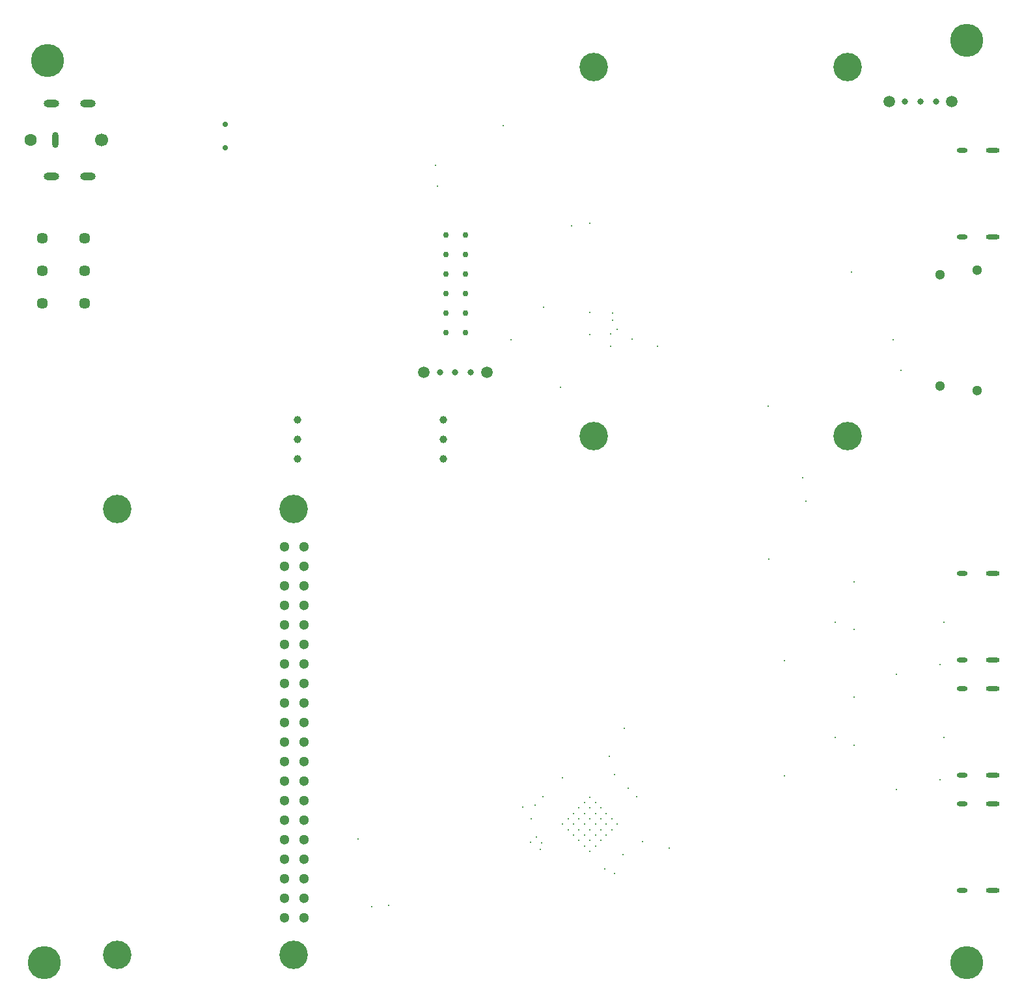
<source format=gbr>
%TF.GenerationSoftware,Altium Limited,Altium Designer,22.4.2 (48)*%
G04 Layer_Color=0*
%FSLAX26Y26*%
%MOIN*%
%TF.SameCoordinates,1C2CB1AA-ACBE-45DF-AC24-D873E68AE3FE*%
%TF.FilePolarity,Positive*%
%TF.FileFunction,Plated,1,8,PTH,Drill*%
%TF.Part,Single*%
G01*
G75*
%TA.AperFunction,ComponentDrill*%
%ADD174O,0.070866X0.023622*%
%ADD175O,0.055118X0.023622*%
%ADD176O,0.055118X0.023622*%
%ADD177C,0.057087*%
%ADD178C,0.051181*%
%ADD179O,0.078740X0.039370*%
%ADD180C,0.062992*%
%ADD181O,0.031496X0.082677*%
%ADD182C,0.066929*%
%ADD183C,0.059055*%
%ADD184C,0.031496*%
%ADD185C,0.039370*%
%ADD186C,0.169291*%
%ADD187C,0.145669*%
%ADD188C,0.030000*%
%TA.AperFunction,ViaDrill,NotFilled*%
%ADD189C,0.011811*%
%ADD190C,0.007874*%
%ADD191C,0.003937*%
%ADD192C,0.005906*%
%ADD193C,0.009842*%
%ADD194C,0.028000*%
D174*
X6039370Y4896850D02*
D03*
Y5339370D02*
D03*
Y1550394D02*
D03*
Y1992913D02*
D03*
Y2140945D02*
D03*
Y2583465D02*
D03*
Y2731496D02*
D03*
Y3174016D02*
D03*
D175*
X5881890Y4896850D02*
D03*
Y1550394D02*
D03*
Y2140945D02*
D03*
Y2731496D02*
D03*
D176*
Y5339370D02*
D03*
Y1992913D02*
D03*
Y2583465D02*
D03*
Y3174016D02*
D03*
D177*
X1171260Y4559055D02*
D03*
Y4724409D02*
D03*
Y4889764D02*
D03*
X1387795Y4559055D02*
D03*
Y4724409D02*
D03*
Y4889764D02*
D03*
D178*
X2410866Y3312205D02*
D03*
X2510866D02*
D03*
X2410866Y3212205D02*
D03*
X2510866D02*
D03*
X2410866Y3112205D02*
D03*
X2510866D02*
D03*
X2410866Y3012205D02*
D03*
X2510866D02*
D03*
X2410866Y2912205D02*
D03*
X2510866D02*
D03*
X2410866Y2812205D02*
D03*
X2510866D02*
D03*
X2410866Y2712205D02*
D03*
X2510866D02*
D03*
X2410866Y2612205D02*
D03*
X2510866D02*
D03*
X2410866Y2512205D02*
D03*
X2510866D02*
D03*
X2410866Y2412205D02*
D03*
X2510866D02*
D03*
X2410866Y2312205D02*
D03*
X2510866D02*
D03*
X2410866Y2212205D02*
D03*
X2510866D02*
D03*
X2410866Y2112205D02*
D03*
X2510866D02*
D03*
X2410866Y2012205D02*
D03*
X2510866D02*
D03*
X2410866Y1912205D02*
D03*
X2510866D02*
D03*
X2410866Y1812205D02*
D03*
X2510866D02*
D03*
X2410866Y1712205D02*
D03*
X2510866D02*
D03*
X2410866Y1612205D02*
D03*
X2510866D02*
D03*
X2410866Y1512205D02*
D03*
X2510866D02*
D03*
X2410866Y1412205D02*
D03*
X2510866D02*
D03*
X5767717Y4704724D02*
D03*
X5960630Y4728346D02*
D03*
X5767717Y4133858D02*
D03*
X5960630Y4110236D02*
D03*
D179*
X1220472Y5206693D02*
D03*
Y5580709D02*
D03*
X1405512D02*
D03*
Y5206693D02*
D03*
D180*
X1112205Y5393701D02*
D03*
D181*
X1240158D02*
D03*
D182*
X1476378D02*
D03*
D183*
X5830709Y5590551D02*
D03*
X5507874D02*
D03*
X3125984Y4204724D02*
D03*
X3448819D02*
D03*
D184*
X5590551Y5590551D02*
D03*
X5669291D02*
D03*
X5748032D02*
D03*
X3366142Y4204724D02*
D03*
X3287402D02*
D03*
X3208661D02*
D03*
D185*
X3224409Y3762205D02*
D03*
Y3862205D02*
D03*
Y3962205D02*
D03*
X2480315Y3762205D02*
D03*
Y3862205D02*
D03*
Y3962205D02*
D03*
D186*
X5905512Y5905512D02*
D03*
X1181102Y1181102D02*
D03*
X1200000Y5800000D02*
D03*
X5905512Y1181102D02*
D03*
D187*
X2460630Y3503937D02*
D03*
X3996063Y3877953D02*
D03*
X5295276D02*
D03*
X3996063Y5767717D02*
D03*
X5295276D02*
D03*
X1555118Y3503937D02*
D03*
X2460630Y1220472D02*
D03*
X1555118D02*
D03*
D188*
X3239961Y4406299D02*
D03*
X3339961D02*
D03*
Y4906299D02*
D03*
X3239961D02*
D03*
X3339961Y4806299D02*
D03*
X3239961D02*
D03*
Y4706299D02*
D03*
X3339961D02*
D03*
X3239961Y4606299D02*
D03*
X3339961D02*
D03*
X3239961Y4506299D02*
D03*
X3339961D02*
D03*
D189*
X3976378Y1861925D02*
D03*
X3948539Y1834086D02*
D03*
X3920700Y1806247D02*
D03*
X3948539Y1889764D02*
D03*
X3920700Y1861925D02*
D03*
X3892861Y1834086D02*
D03*
X3920700Y1917603D02*
D03*
X3892861Y1889764D02*
D03*
X3865023Y1861925D02*
D03*
X3892861Y1945441D02*
D03*
X3865023Y1917603D02*
D03*
X3837184Y1889764D02*
D03*
X4004217Y1834086D02*
D03*
X3976378Y1806247D02*
D03*
X3948539Y1778408D02*
D03*
X3976378Y1750570D02*
D03*
X4004217Y1778408D02*
D03*
X4032056Y1806247D02*
D03*
X3976378Y1917603D02*
D03*
X4004217Y1945441D02*
D03*
X4032056Y1973280D02*
D03*
X4004217Y1889764D02*
D03*
X4032056Y1917603D02*
D03*
X4059894Y1945441D02*
D03*
X4032056Y1861925D02*
D03*
X4059894Y1889764D02*
D03*
X4087733Y1917603D02*
D03*
X4059894Y1834086D02*
D03*
X4087733Y1861925D02*
D03*
X4115572Y1889764D02*
D03*
X3948539Y1945441D02*
D03*
X3976378Y1973280D02*
D03*
X4004217Y2001119D02*
D03*
X3976378Y2028958D02*
D03*
X3948539Y2001119D02*
D03*
X3920700Y1973280D02*
D03*
D190*
X5767717Y2706693D02*
D03*
Y2116142D02*
D03*
X3976504Y4968504D02*
D03*
X3571850Y4370079D02*
D03*
X3976378Y4396654D02*
D03*
X4074819Y2238189D02*
D03*
X4192913Y4373032D02*
D03*
X4114173Y4423000D02*
D03*
X5082677Y3543307D02*
D03*
X5568000Y4213000D02*
D03*
X5529528Y4371063D02*
D03*
X4051181Y1662402D02*
D03*
X3195000Y5158000D02*
D03*
X2859000Y1466000D02*
D03*
X2790000Y1815000D02*
D03*
X2946000Y1474000D02*
D03*
X3672000Y1798000D02*
D03*
X4246000Y1801000D02*
D03*
X5231000Y2923551D02*
D03*
Y2333000D02*
D03*
X3531496Y5468504D02*
D03*
X3185039Y5263779D02*
D03*
X3701772Y1822835D02*
D03*
X5314961Y4716535D02*
D03*
X5066929Y3665354D02*
D03*
X4889764Y4031496D02*
D03*
X3881890Y4952756D02*
D03*
X3739173Y4537402D02*
D03*
X3826772Y4125984D02*
D03*
X4380905Y1768701D02*
D03*
X5330709Y2295276D02*
D03*
Y2885827D02*
D03*
Y3129921D02*
D03*
Y2539370D02*
D03*
X5547244Y2066929D02*
D03*
X4972441Y2137795D02*
D03*
Y2728347D02*
D03*
X5547244Y2657480D02*
D03*
X4082677Y4338583D02*
D03*
X4322835D02*
D03*
X4082677Y4401575D02*
D03*
X4153543Y2381890D02*
D03*
X3631890Y1978347D02*
D03*
X3677165Y1917323D02*
D03*
X3728347Y1795276D02*
D03*
X3724078Y1762205D02*
D03*
X4146000Y1734000D02*
D03*
X3834900Y2128144D02*
D03*
X3737464Y2030708D02*
D03*
X3695706Y1988950D02*
D03*
X4103936Y1637464D02*
D03*
X4214758Y2031242D02*
D03*
X4103403Y2142597D02*
D03*
X4173000Y2073000D02*
D03*
X5788000Y2924102D02*
D03*
X4092056Y4506229D02*
D03*
X4091413Y4469413D02*
D03*
X3977000Y4512000D02*
D03*
X5788000Y2333551D02*
D03*
D191*
X5785433Y1742126D02*
D03*
X3872047Y4594488D02*
D03*
X5668678Y2963780D02*
D03*
Y2941732D02*
D03*
X5632717Y2857874D02*
D03*
X5618110Y2873032D02*
D03*
X5668678Y2373228D02*
D03*
Y2351181D02*
D03*
X5632717Y2267323D02*
D03*
X5618110Y2282480D02*
D03*
Y1691929D02*
D03*
X5632717Y1676772D02*
D03*
X3871877Y4644486D02*
D03*
X5609252Y5216535D02*
D03*
Y5071850D02*
D03*
X5791876Y5054580D02*
D03*
X5791299Y5167323D02*
D03*
X3429287Y1838099D02*
D03*
X3402559Y1853696D02*
D03*
X3873000Y4619000D02*
D03*
X3871458Y4531705D02*
D03*
X5668678Y1760630D02*
D03*
Y1782677D02*
D03*
X5755905Y1633858D02*
D03*
X5448819Y3716535D02*
D03*
Y3539370D02*
D03*
Y3503937D02*
D03*
X5708661Y1771653D02*
D03*
Y2952756D02*
D03*
Y2362205D02*
D03*
Y5118110D02*
D03*
D192*
X5531000Y2563000D02*
D03*
D193*
X4893000Y3247000D02*
D03*
D194*
X2110236Y5472441D02*
D03*
Y5354331D02*
D03*
%TF.MD5,3385b3d66db462ea76ee19c18c3a20d9*%
M02*

</source>
